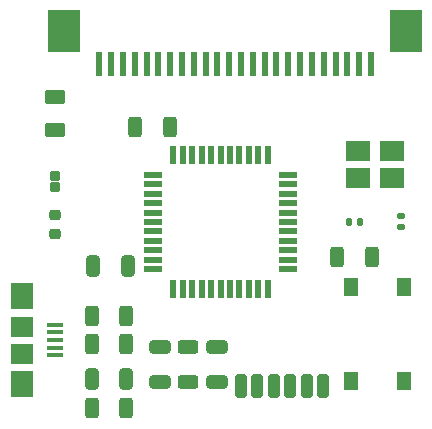
<source format=gts>
%TF.GenerationSoftware,KiCad,Pcbnew,9.0.0*%
%TF.CreationDate,2025-04-22T08:44:39+02:00*%
%TF.ProjectId,Jornada_keyboard_USB,4a6f726e-6164-4615-9f6b-6579626f6172,rev?*%
%TF.SameCoordinates,Original*%
%TF.FileFunction,Soldermask,Top*%
%TF.FilePolarity,Negative*%
%FSLAX46Y46*%
G04 Gerber Fmt 4.6, Leading zero omitted, Abs format (unit mm)*
G04 Created by KiCad (PCBNEW 9.0.0) date 2025-04-22 08:44:39*
%MOMM*%
%LPD*%
G01*
G04 APERTURE LIST*
G04 Aperture macros list*
%AMRoundRect*
0 Rectangle with rounded corners*
0 $1 Rounding radius*
0 $2 $3 $4 $5 $6 $7 $8 $9 X,Y pos of 4 corners*
0 Add a 4 corners polygon primitive as box body*
4,1,4,$2,$3,$4,$5,$6,$7,$8,$9,$2,$3,0*
0 Add four circle primitives for the rounded corners*
1,1,$1+$1,$2,$3*
1,1,$1+$1,$4,$5*
1,1,$1+$1,$6,$7*
1,1,$1+$1,$8,$9*
0 Add four rect primitives between the rounded corners*
20,1,$1+$1,$2,$3,$4,$5,0*
20,1,$1+$1,$4,$5,$6,$7,0*
20,1,$1+$1,$6,$7,$8,$9,0*
20,1,$1+$1,$8,$9,$2,$3,0*%
G04 Aperture macros list end*
%ADD10R,2.100000X1.800000*%
%ADD11R,0.550000X1.500000*%
%ADD12R,1.500000X0.550000*%
%ADD13RoundRect,0.250000X-0.312500X-0.625000X0.312500X-0.625000X0.312500X0.625000X-0.312500X0.625000X0*%
%ADD14RoundRect,0.250000X0.312500X0.625000X-0.312500X0.625000X-0.312500X-0.625000X0.312500X-0.625000X0*%
%ADD15RoundRect,0.250000X-0.250000X-0.750000X0.250000X-0.750000X0.250000X0.750000X-0.250000X0.750000X0*%
%ADD16RoundRect,0.250000X0.625000X-0.312500X0.625000X0.312500X-0.625000X0.312500X-0.625000X-0.312500X0*%
%ADD17RoundRect,0.250000X-0.325000X-0.650000X0.325000X-0.650000X0.325000X0.650000X-0.325000X0.650000X0*%
%ADD18R,1.400000X0.400000*%
%ADD19R,1.900000X2.300000*%
%ADD20R,1.900000X1.800000*%
%ADD21R,0.610000X2.000000*%
%ADD22R,2.680000X3.600000*%
%ADD23RoundRect,0.140000X-0.140000X-0.170000X0.140000X-0.170000X0.140000X0.170000X-0.140000X0.170000X0*%
%ADD24RoundRect,0.250000X-0.650000X0.325000X-0.650000X-0.325000X0.650000X-0.325000X0.650000X0.325000X0*%
%ADD25RoundRect,0.250000X-0.625000X0.375000X-0.625000X-0.375000X0.625000X-0.375000X0.625000X0.375000X0*%
%ADD26RoundRect,0.102000X-0.300000X0.280000X-0.300000X-0.280000X0.300000X-0.280000X0.300000X0.280000X0*%
%ADD27R,1.300000X1.550000*%
%ADD28RoundRect,0.250000X0.325000X0.650000X-0.325000X0.650000X-0.325000X-0.650000X0.325000X-0.650000X0*%
%ADD29RoundRect,0.140000X0.170000X-0.140000X0.170000X0.140000X-0.170000X0.140000X-0.170000X-0.140000X0*%
%ADD30RoundRect,0.218750X0.256250X-0.218750X0.256250X0.218750X-0.256250X0.218750X-0.256250X-0.218750X0*%
G04 APERTURE END LIST*
D10*
%TO.C,Y1*%
X53100000Y-32800000D03*
X56000000Y-32800000D03*
X56000000Y-30500000D03*
X53100000Y-30500000D03*
%TD*%
D11*
%TO.C,U1*%
X37450000Y-42200000D03*
X38250000Y-42200000D03*
X39050000Y-42200000D03*
X39850000Y-42200000D03*
X40650000Y-42200000D03*
X41450000Y-42200000D03*
X42250000Y-42200000D03*
X43050000Y-42200000D03*
X43850000Y-42200000D03*
X44650000Y-42200000D03*
X45450000Y-42200000D03*
D12*
X47150000Y-40500000D03*
X47150000Y-39700000D03*
X47150000Y-38900000D03*
X47150000Y-38100000D03*
X47150000Y-37300000D03*
X47150000Y-36500000D03*
X47150000Y-35700000D03*
X47150000Y-34900000D03*
X47150000Y-34100000D03*
X47150000Y-33300000D03*
X47150000Y-32500000D03*
D11*
X45450000Y-30800000D03*
X44650000Y-30800000D03*
X43850000Y-30800000D03*
X43050000Y-30800000D03*
X42250000Y-30800000D03*
X41450000Y-30800000D03*
X40650000Y-30800000D03*
X39850000Y-30800000D03*
X39050000Y-30800000D03*
X38250000Y-30800000D03*
X37450000Y-30800000D03*
D12*
X35750000Y-32500000D03*
X35750000Y-33300000D03*
X35750000Y-34100000D03*
X35750000Y-34900000D03*
X35750000Y-35700000D03*
X35750000Y-36500000D03*
X35750000Y-37300000D03*
X35750000Y-38100000D03*
X35750000Y-38900000D03*
X35750000Y-39700000D03*
X35750000Y-40500000D03*
%TD*%
D13*
%TO.C,R4*%
X51325000Y-39500000D03*
X54250000Y-39500000D03*
%TD*%
D14*
%TO.C,R6*%
X37162350Y-28471250D03*
X34237350Y-28471250D03*
%TD*%
D15*
%TO.C,J8*%
X48768000Y-50419000D03*
%TD*%
D16*
%TO.C,R7*%
X38735000Y-50042000D03*
X38735000Y-47117000D03*
%TD*%
D14*
%TO.C,R1*%
X33479000Y-52284000D03*
X30554000Y-52284000D03*
%TD*%
D17*
%TO.C,C11*%
X30656000Y-40259000D03*
X33606000Y-40259000D03*
%TD*%
D13*
%TO.C,R2*%
X30525000Y-46863000D03*
X33450000Y-46863000D03*
%TD*%
D18*
%TO.C,J2*%
X27450000Y-45200000D03*
X27450000Y-45850000D03*
X27450000Y-46500000D03*
X27450000Y-47150000D03*
X27450000Y-47800000D03*
D19*
X24600000Y-42750000D03*
D20*
X24600000Y-45350000D03*
X24600000Y-47650000D03*
D19*
X24600000Y-50250000D03*
%TD*%
D21*
%TO.C,J3*%
X54184000Y-23120000D03*
X53184000Y-23120000D03*
X52184000Y-23120000D03*
X51184000Y-23120000D03*
X50184000Y-23120000D03*
X49184000Y-23120000D03*
X48184000Y-23120000D03*
X47184000Y-23120000D03*
X46184000Y-23120000D03*
X45184000Y-23120000D03*
X44184000Y-23120000D03*
X43184000Y-23120000D03*
X42184000Y-23120000D03*
X41184000Y-23120000D03*
X40184000Y-23120000D03*
X39184000Y-23120000D03*
X38184000Y-23120000D03*
X37184000Y-23120000D03*
X36184000Y-23120000D03*
X35184000Y-23120000D03*
X34184000Y-23120000D03*
X33184000Y-23120000D03*
X32184000Y-23120000D03*
X31184000Y-23120000D03*
D22*
X57174000Y-20320000D03*
X28194000Y-20320000D03*
%TD*%
D23*
%TO.C,C2*%
X52295000Y-36500000D03*
X53255000Y-36500000D03*
%TD*%
D24*
%TO.C,C12*%
X41148000Y-47088000D03*
X41148000Y-50038000D03*
%TD*%
D25*
%TO.C,D1*%
X27432000Y-25905000D03*
X27432000Y-28705000D03*
%TD*%
D26*
%TO.C,R5*%
X27432000Y-32630000D03*
X27432000Y-33500000D03*
%TD*%
D15*
%TO.C,J4*%
X50165000Y-50419000D03*
%TD*%
D24*
%TO.C,C4*%
X36322000Y-47088000D03*
X36322000Y-50038000D03*
%TD*%
D15*
%TO.C,J7*%
X44577000Y-50419000D03*
%TD*%
%TO.C,J6*%
X45974000Y-50419000D03*
%TD*%
D14*
%TO.C,R3*%
X33450000Y-44450000D03*
X30525000Y-44450000D03*
%TD*%
D27*
%TO.C,SW1*%
X57000000Y-42000000D03*
X57000000Y-49960000D03*
X52500000Y-42000000D03*
X52500000Y-49960000D03*
%TD*%
D15*
%TO.C,J5*%
X43180000Y-50419000D03*
%TD*%
D28*
%TO.C,C1*%
X33479000Y-49784000D03*
X30529000Y-49784000D03*
%TD*%
D29*
%TO.C,C3*%
X56750000Y-36960000D03*
X56750000Y-36000000D03*
%TD*%
D15*
%TO.C,J1*%
X47371000Y-50419000D03*
%TD*%
D30*
%TO.C,F2*%
X27432000Y-37490500D03*
X27432000Y-35915500D03*
%TD*%
M02*

</source>
